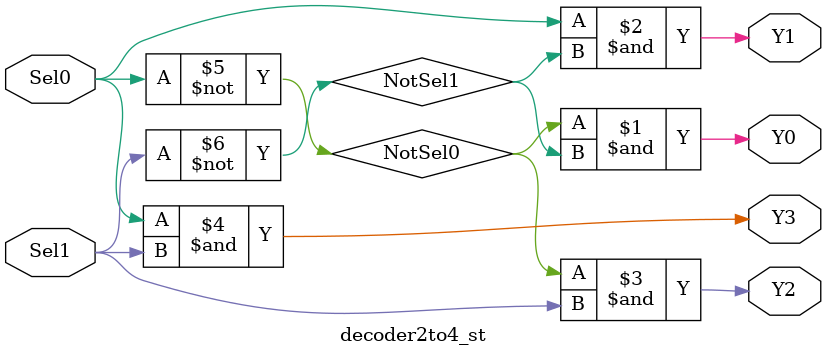
<source format=v>
module decoder2to4_st(Sel0, Sel1, Y0,Y1,Y2,Y3);
    

    output Y0,Y1,Y2,Y3;
	 input Sel0, Sel1;
	 
	 wire NotSel0, NotSel1;
	 
	 not not0(NotSel0, Sel0);
	 
 	 not not1(NotSel1, Sel1);

	 and and0(Y0, NotSel0, NotSel1);
	 and and1(Y1, Sel0, NotSel1);
	 and and2(Y2, NotSel0, Sel1);
	 and and3(Y3, Sel0, Sel1);
    
	 
endmodule
</source>
